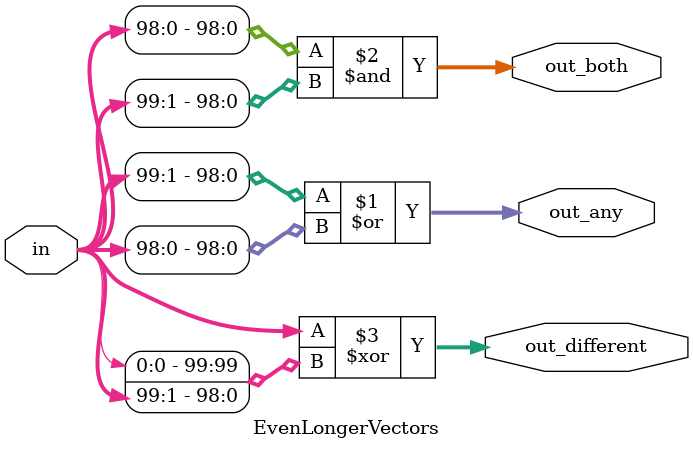
<source format=v>


module EvenLongerVectors
(
  input [99:0] in,
  output [98:0] out_both,
  output [99:1] out_any,
  output [99:0] out_different
);

  assign out_any = in[99:1] | in[98:0];
  assign out_both = in[98:0] & in[99:1];
  assign out_different = in ^ { in[0], in[99:1] };

endmodule


</source>
